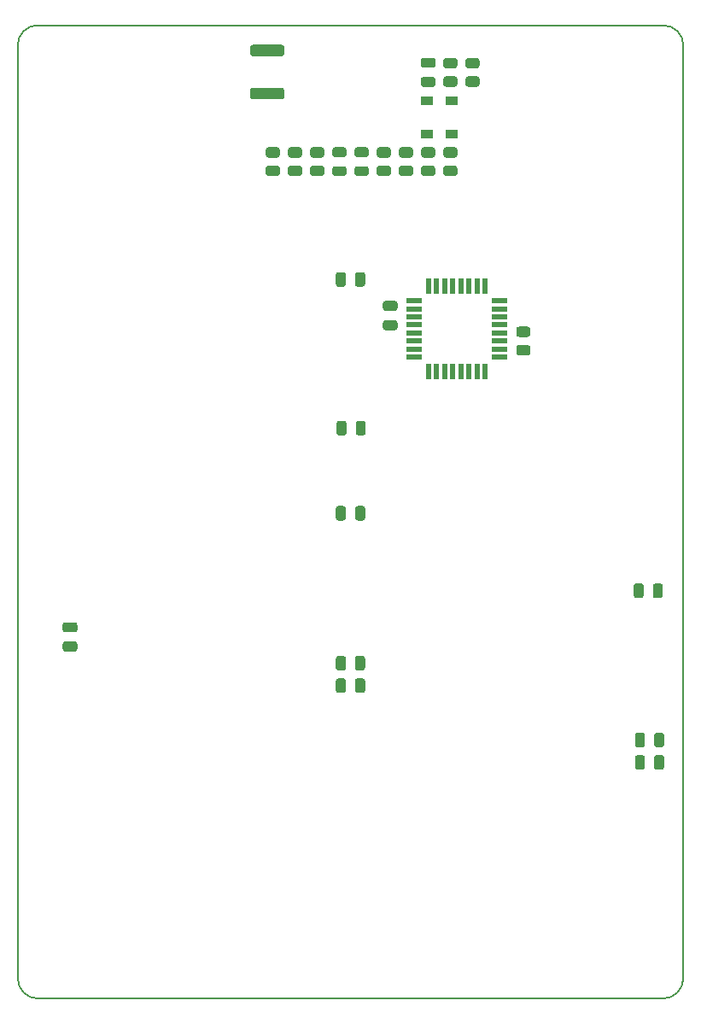
<source format=gbr>
%TF.GenerationSoftware,KiCad,Pcbnew,5.1.10-88a1d61d58~88~ubuntu21.04.1*%
%TF.CreationDate,2021-07-07T15:16:44+02:00*%
%TF.ProjectId,USBaspDualZif,55534261-7370-4447-9561-6c5a69662e6b,V1.0*%
%TF.SameCoordinates,Original*%
%TF.FileFunction,Paste,Top*%
%TF.FilePolarity,Positive*%
%FSLAX46Y46*%
G04 Gerber Fmt 4.6, Leading zero omitted, Abs format (unit mm)*
G04 Created by KiCad (PCBNEW 5.1.10-88a1d61d58~88~ubuntu21.04.1) date 2021-07-07 15:16:44*
%MOMM*%
%LPD*%
G01*
G04 APERTURE LIST*
%TA.AperFunction,Profile*%
%ADD10C,0.200000*%
%TD*%
%ADD11R,1.600000X0.550000*%
%ADD12R,0.550000X1.600000*%
%ADD13R,1.200000X0.900000*%
G04 APERTURE END LIST*
D10*
X48821500Y-58418500D02*
G75*
G03*
X46821500Y-60418500I0J-2000000D01*
G01*
X46821500Y-152917500D02*
G75*
G03*
X48821500Y-154917500I2000000J0D01*
G01*
X110823500Y-154916000D02*
G75*
G03*
X112823500Y-152916000I0J2000000D01*
G01*
X112823500Y-60420000D02*
G75*
G03*
X110823500Y-58420000I-2000000J0D01*
G01*
X46821500Y-152917500D02*
X46821500Y-60418500D01*
X110823500Y-154916000D02*
X48821500Y-154917500D01*
X112823500Y-60420000D02*
X112823500Y-152916000D01*
X48821500Y-58418500D02*
X110823500Y-58420000D01*
D11*
X86110500Y-85734500D03*
X86110500Y-86534500D03*
X86110500Y-87334500D03*
X86110500Y-88134500D03*
X86110500Y-88934500D03*
X86110500Y-89734500D03*
X86110500Y-90534500D03*
X86110500Y-91334500D03*
D12*
X87560500Y-92784500D03*
X88360500Y-92784500D03*
X89160500Y-92784500D03*
X89960500Y-92784500D03*
X90760500Y-92784500D03*
X91560500Y-92784500D03*
X92360500Y-92784500D03*
X93160500Y-92784500D03*
D11*
X94610500Y-91334500D03*
X94610500Y-90534500D03*
X94610500Y-89734500D03*
X94610500Y-88934500D03*
X94610500Y-88134500D03*
X94610500Y-87334500D03*
X94610500Y-86534500D03*
X94610500Y-85734500D03*
D12*
X93160500Y-84284500D03*
X92360500Y-84284500D03*
X91560500Y-84284500D03*
X90760500Y-84284500D03*
X89960500Y-84284500D03*
X89160500Y-84284500D03*
X88360500Y-84284500D03*
X87560500Y-84284500D03*
D13*
X89819500Y-65895500D03*
X89819500Y-69195500D03*
X87419500Y-65895500D03*
X87419500Y-69195500D03*
G36*
G01*
X71669498Y-72345500D02*
X72569502Y-72345500D01*
G75*
G02*
X72819500Y-72595498I0J-249998D01*
G01*
X72819500Y-73120502D01*
G75*
G02*
X72569502Y-73370500I-249998J0D01*
G01*
X71669498Y-73370500D01*
G75*
G02*
X71419500Y-73120502I0J249998D01*
G01*
X71419500Y-72595498D01*
G75*
G02*
X71669498Y-72345500I249998J0D01*
G01*
G37*
G36*
G01*
X71669498Y-70520500D02*
X72569502Y-70520500D01*
G75*
G02*
X72819500Y-70770498I0J-249998D01*
G01*
X72819500Y-71295502D01*
G75*
G02*
X72569502Y-71545500I-249998J0D01*
G01*
X71669498Y-71545500D01*
G75*
G02*
X71419500Y-71295502I0J249998D01*
G01*
X71419500Y-70770498D01*
G75*
G02*
X71669498Y-70520500I249998J0D01*
G01*
G37*
G36*
G01*
X73014502Y-61480500D02*
X70114498Y-61480500D01*
G75*
G02*
X69864500Y-61230502I0J249998D01*
G01*
X69864500Y-60605498D01*
G75*
G02*
X70114498Y-60355500I249998J0D01*
G01*
X73014502Y-60355500D01*
G75*
G02*
X73264500Y-60605498I0J-249998D01*
G01*
X73264500Y-61230502D01*
G75*
G02*
X73014502Y-61480500I-249998J0D01*
G01*
G37*
G36*
G01*
X73014502Y-65755500D02*
X70114498Y-65755500D01*
G75*
G02*
X69864500Y-65505502I0J249998D01*
G01*
X69864500Y-64880498D01*
G75*
G02*
X70114498Y-64630500I249998J0D01*
G01*
X73014502Y-64630500D01*
G75*
G02*
X73264500Y-64880498I0J-249998D01*
G01*
X73264500Y-65505502D01*
G75*
G02*
X73014502Y-65755500I-249998J0D01*
G01*
G37*
G36*
G01*
X90169502Y-71545500D02*
X89269498Y-71545500D01*
G75*
G02*
X89019500Y-71295502I0J249998D01*
G01*
X89019500Y-70770498D01*
G75*
G02*
X89269498Y-70520500I249998J0D01*
G01*
X90169502Y-70520500D01*
G75*
G02*
X90419500Y-70770498I0J-249998D01*
G01*
X90419500Y-71295502D01*
G75*
G02*
X90169502Y-71545500I-249998J0D01*
G01*
G37*
G36*
G01*
X90169502Y-73370500D02*
X89269498Y-73370500D01*
G75*
G02*
X89019500Y-73120502I0J249998D01*
G01*
X89019500Y-72595498D01*
G75*
G02*
X89269498Y-72345500I249998J0D01*
G01*
X90169502Y-72345500D01*
G75*
G02*
X90419500Y-72595498I0J-249998D01*
G01*
X90419500Y-73120502D01*
G75*
G02*
X90169502Y-73370500I-249998J0D01*
G01*
G37*
G36*
G01*
X87969502Y-71545500D02*
X87069498Y-71545500D01*
G75*
G02*
X86819500Y-71295502I0J249998D01*
G01*
X86819500Y-70770498D01*
G75*
G02*
X87069498Y-70520500I249998J0D01*
G01*
X87969502Y-70520500D01*
G75*
G02*
X88219500Y-70770498I0J-249998D01*
G01*
X88219500Y-71295502D01*
G75*
G02*
X87969502Y-71545500I-249998J0D01*
G01*
G37*
G36*
G01*
X87969502Y-73370500D02*
X87069498Y-73370500D01*
G75*
G02*
X86819500Y-73120502I0J249998D01*
G01*
X86819500Y-72595498D01*
G75*
G02*
X87069498Y-72345500I249998J0D01*
G01*
X87969502Y-72345500D01*
G75*
G02*
X88219500Y-72595498I0J-249998D01*
G01*
X88219500Y-73120502D01*
G75*
G02*
X87969502Y-73370500I-249998J0D01*
G01*
G37*
G36*
G01*
X85769502Y-71545500D02*
X84869498Y-71545500D01*
G75*
G02*
X84619500Y-71295502I0J249998D01*
G01*
X84619500Y-70770498D01*
G75*
G02*
X84869498Y-70520500I249998J0D01*
G01*
X85769502Y-70520500D01*
G75*
G02*
X86019500Y-70770498I0J-249998D01*
G01*
X86019500Y-71295502D01*
G75*
G02*
X85769502Y-71545500I-249998J0D01*
G01*
G37*
G36*
G01*
X85769502Y-73370500D02*
X84869498Y-73370500D01*
G75*
G02*
X84619500Y-73120502I0J249998D01*
G01*
X84619500Y-72595498D01*
G75*
G02*
X84869498Y-72345500I249998J0D01*
G01*
X85769502Y-72345500D01*
G75*
G02*
X86019500Y-72595498I0J-249998D01*
G01*
X86019500Y-73120502D01*
G75*
G02*
X85769502Y-73370500I-249998J0D01*
G01*
G37*
G36*
G01*
X82669498Y-72345500D02*
X83569502Y-72345500D01*
G75*
G02*
X83819500Y-72595498I0J-249998D01*
G01*
X83819500Y-73120502D01*
G75*
G02*
X83569502Y-73370500I-249998J0D01*
G01*
X82669498Y-73370500D01*
G75*
G02*
X82419500Y-73120502I0J249998D01*
G01*
X82419500Y-72595498D01*
G75*
G02*
X82669498Y-72345500I249998J0D01*
G01*
G37*
G36*
G01*
X82669498Y-70520500D02*
X83569502Y-70520500D01*
G75*
G02*
X83819500Y-70770498I0J-249998D01*
G01*
X83819500Y-71295502D01*
G75*
G02*
X83569502Y-71545500I-249998J0D01*
G01*
X82669498Y-71545500D01*
G75*
G02*
X82419500Y-71295502I0J249998D01*
G01*
X82419500Y-70770498D01*
G75*
G02*
X82669498Y-70520500I249998J0D01*
G01*
G37*
G36*
G01*
X76069498Y-72345500D02*
X76969502Y-72345500D01*
G75*
G02*
X77219500Y-72595498I0J-249998D01*
G01*
X77219500Y-73120502D01*
G75*
G02*
X76969502Y-73370500I-249998J0D01*
G01*
X76069498Y-73370500D01*
G75*
G02*
X75819500Y-73120502I0J249998D01*
G01*
X75819500Y-72595498D01*
G75*
G02*
X76069498Y-72345500I249998J0D01*
G01*
G37*
G36*
G01*
X76069498Y-70520500D02*
X76969502Y-70520500D01*
G75*
G02*
X77219500Y-70770498I0J-249998D01*
G01*
X77219500Y-71295502D01*
G75*
G02*
X76969502Y-71545500I-249998J0D01*
G01*
X76069498Y-71545500D01*
G75*
G02*
X75819500Y-71295502I0J249998D01*
G01*
X75819500Y-70770498D01*
G75*
G02*
X76069498Y-70520500I249998J0D01*
G01*
G37*
G36*
G01*
X73869498Y-72345500D02*
X74769502Y-72345500D01*
G75*
G02*
X75019500Y-72595498I0J-249998D01*
G01*
X75019500Y-73120502D01*
G75*
G02*
X74769502Y-73370500I-249998J0D01*
G01*
X73869498Y-73370500D01*
G75*
G02*
X73619500Y-73120502I0J249998D01*
G01*
X73619500Y-72595498D01*
G75*
G02*
X73869498Y-72345500I249998J0D01*
G01*
G37*
G36*
G01*
X73869498Y-70520500D02*
X74769502Y-70520500D01*
G75*
G02*
X75019500Y-70770498I0J-249998D01*
G01*
X75019500Y-71295502D01*
G75*
G02*
X74769502Y-71545500I-249998J0D01*
G01*
X73869498Y-71545500D01*
G75*
G02*
X73619500Y-71295502I0J249998D01*
G01*
X73619500Y-70770498D01*
G75*
G02*
X73869498Y-70520500I249998J0D01*
G01*
G37*
G36*
G01*
X81375750Y-71495500D02*
X80463250Y-71495500D01*
G75*
G02*
X80219500Y-71251750I0J243750D01*
G01*
X80219500Y-70764250D01*
G75*
G02*
X80463250Y-70520500I243750J0D01*
G01*
X81375750Y-70520500D01*
G75*
G02*
X81619500Y-70764250I0J-243750D01*
G01*
X81619500Y-71251750D01*
G75*
G02*
X81375750Y-71495500I-243750J0D01*
G01*
G37*
G36*
G01*
X81375750Y-73370500D02*
X80463250Y-73370500D01*
G75*
G02*
X80219500Y-73126750I0J243750D01*
G01*
X80219500Y-72639250D01*
G75*
G02*
X80463250Y-72395500I243750J0D01*
G01*
X81375750Y-72395500D01*
G75*
G02*
X81619500Y-72639250I0J-243750D01*
G01*
X81619500Y-73126750D01*
G75*
G02*
X81375750Y-73370500I-243750J0D01*
G01*
G37*
G36*
G01*
X79175750Y-71495500D02*
X78263250Y-71495500D01*
G75*
G02*
X78019500Y-71251750I0J243750D01*
G01*
X78019500Y-70764250D01*
G75*
G02*
X78263250Y-70520500I243750J0D01*
G01*
X79175750Y-70520500D01*
G75*
G02*
X79419500Y-70764250I0J-243750D01*
G01*
X79419500Y-71251750D01*
G75*
G02*
X79175750Y-71495500I-243750J0D01*
G01*
G37*
G36*
G01*
X79175750Y-73370500D02*
X78263250Y-73370500D01*
G75*
G02*
X78019500Y-73126750I0J243750D01*
G01*
X78019500Y-72639250D01*
G75*
G02*
X78263250Y-72395500I243750J0D01*
G01*
X79175750Y-72395500D01*
G75*
G02*
X79419500Y-72639250I0J-243750D01*
G01*
X79419500Y-73126750D01*
G75*
G02*
X79175750Y-73370500I-243750J0D01*
G01*
G37*
G36*
G01*
X84231500Y-86751000D02*
X83281500Y-86751000D01*
G75*
G02*
X83031500Y-86501000I0J250000D01*
G01*
X83031500Y-86001000D01*
G75*
G02*
X83281500Y-85751000I250000J0D01*
G01*
X84231500Y-85751000D01*
G75*
G02*
X84481500Y-86001000I0J-250000D01*
G01*
X84481500Y-86501000D01*
G75*
G02*
X84231500Y-86751000I-250000J0D01*
G01*
G37*
G36*
G01*
X84231500Y-88651000D02*
X83281500Y-88651000D01*
G75*
G02*
X83031500Y-88401000I0J250000D01*
G01*
X83031500Y-87901000D01*
G75*
G02*
X83281500Y-87651000I250000J0D01*
G01*
X84231500Y-87651000D01*
G75*
G02*
X84481500Y-87901000I0J-250000D01*
G01*
X84481500Y-88401000D01*
G75*
G02*
X84231500Y-88651000I-250000J0D01*
G01*
G37*
G36*
G01*
X80333000Y-98836500D02*
X80333000Y-97886500D01*
G75*
G02*
X80583000Y-97636500I250000J0D01*
G01*
X81083000Y-97636500D01*
G75*
G02*
X81333000Y-97886500I0J-250000D01*
G01*
X81333000Y-98836500D01*
G75*
G02*
X81083000Y-99086500I-250000J0D01*
G01*
X80583000Y-99086500D01*
G75*
G02*
X80333000Y-98836500I0J250000D01*
G01*
G37*
G36*
G01*
X78433000Y-98836500D02*
X78433000Y-97886500D01*
G75*
G02*
X78683000Y-97636500I250000J0D01*
G01*
X79183000Y-97636500D01*
G75*
G02*
X79433000Y-97886500I0J-250000D01*
G01*
X79433000Y-98836500D01*
G75*
G02*
X79183000Y-99086500I-250000J0D01*
G01*
X78683000Y-99086500D01*
G75*
G02*
X78433000Y-98836500I0J250000D01*
G01*
G37*
G36*
G01*
X79369500Y-83154500D02*
X79369500Y-84104500D01*
G75*
G02*
X79119500Y-84354500I-250000J0D01*
G01*
X78619500Y-84354500D01*
G75*
G02*
X78369500Y-84104500I0J250000D01*
G01*
X78369500Y-83154500D01*
G75*
G02*
X78619500Y-82904500I250000J0D01*
G01*
X79119500Y-82904500D01*
G75*
G02*
X79369500Y-83154500I0J-250000D01*
G01*
G37*
G36*
G01*
X81269500Y-83154500D02*
X81269500Y-84104500D01*
G75*
G02*
X81019500Y-84354500I-250000J0D01*
G01*
X80519500Y-84354500D01*
G75*
G02*
X80269500Y-84104500I0J250000D01*
G01*
X80269500Y-83154500D01*
G75*
G02*
X80519500Y-82904500I250000J0D01*
G01*
X81019500Y-82904500D01*
G75*
G02*
X81269500Y-83154500I0J-250000D01*
G01*
G37*
G36*
G01*
X87994500Y-62645500D02*
X87044500Y-62645500D01*
G75*
G02*
X86794500Y-62395500I0J250000D01*
G01*
X86794500Y-61895500D01*
G75*
G02*
X87044500Y-61645500I250000J0D01*
G01*
X87994500Y-61645500D01*
G75*
G02*
X88244500Y-61895500I0J-250000D01*
G01*
X88244500Y-62395500D01*
G75*
G02*
X87994500Y-62645500I-250000J0D01*
G01*
G37*
G36*
G01*
X87994500Y-64545500D02*
X87044500Y-64545500D01*
G75*
G02*
X86794500Y-64295500I0J250000D01*
G01*
X86794500Y-63795500D01*
G75*
G02*
X87044500Y-63545500I250000J0D01*
G01*
X87994500Y-63545500D01*
G75*
G02*
X88244500Y-63795500I0J-250000D01*
G01*
X88244500Y-64295500D01*
G75*
G02*
X87994500Y-64545500I-250000J0D01*
G01*
G37*
G36*
G01*
X97414502Y-89325500D02*
X96514498Y-89325500D01*
G75*
G02*
X96264500Y-89075502I0J249998D01*
G01*
X96264500Y-88550498D01*
G75*
G02*
X96514498Y-88300500I249998J0D01*
G01*
X97414502Y-88300500D01*
G75*
G02*
X97664500Y-88550498I0J-249998D01*
G01*
X97664500Y-89075502D01*
G75*
G02*
X97414502Y-89325500I-249998J0D01*
G01*
G37*
G36*
G01*
X97414502Y-91150500D02*
X96514498Y-91150500D01*
G75*
G02*
X96264500Y-90900502I0J249998D01*
G01*
X96264500Y-90375498D01*
G75*
G02*
X96514498Y-90125500I249998J0D01*
G01*
X97414502Y-90125500D01*
G75*
G02*
X97664500Y-90375498I0J-249998D01*
G01*
X97664500Y-90900502D01*
G75*
G02*
X97414502Y-91150500I-249998J0D01*
G01*
G37*
G36*
G01*
X91469498Y-63495500D02*
X92369502Y-63495500D01*
G75*
G02*
X92619500Y-63745498I0J-249998D01*
G01*
X92619500Y-64270502D01*
G75*
G02*
X92369502Y-64520500I-249998J0D01*
G01*
X91469498Y-64520500D01*
G75*
G02*
X91219500Y-64270502I0J249998D01*
G01*
X91219500Y-63745498D01*
G75*
G02*
X91469498Y-63495500I249998J0D01*
G01*
G37*
G36*
G01*
X91469498Y-61670500D02*
X92369502Y-61670500D01*
G75*
G02*
X92619500Y-61920498I0J-249998D01*
G01*
X92619500Y-62445502D01*
G75*
G02*
X92369502Y-62695500I-249998J0D01*
G01*
X91469498Y-62695500D01*
G75*
G02*
X91219500Y-62445502I0J249998D01*
G01*
X91219500Y-61920498D01*
G75*
G02*
X91469498Y-61670500I249998J0D01*
G01*
G37*
G36*
G01*
X89269498Y-63495500D02*
X90169502Y-63495500D01*
G75*
G02*
X90419500Y-63745498I0J-249998D01*
G01*
X90419500Y-64270502D01*
G75*
G02*
X90169502Y-64520500I-249998J0D01*
G01*
X89269498Y-64520500D01*
G75*
G02*
X89019500Y-64270502I0J249998D01*
G01*
X89019500Y-63745498D01*
G75*
G02*
X89269498Y-63495500I249998J0D01*
G01*
G37*
G36*
G01*
X89269498Y-61670500D02*
X90169502Y-61670500D01*
G75*
G02*
X90419500Y-61920498I0J-249998D01*
G01*
X90419500Y-62445502D01*
G75*
G02*
X90169502Y-62695500I-249998J0D01*
G01*
X89269498Y-62695500D01*
G75*
G02*
X89019500Y-62445502I0J249998D01*
G01*
X89019500Y-61920498D01*
G75*
G02*
X89269498Y-61670500I249998J0D01*
G01*
G37*
G36*
G01*
X109924000Y-131983500D02*
X109924000Y-131033500D01*
G75*
G02*
X110174000Y-130783500I250000J0D01*
G01*
X110674000Y-130783500D01*
G75*
G02*
X110924000Y-131033500I0J-250000D01*
G01*
X110924000Y-131983500D01*
G75*
G02*
X110674000Y-132233500I-250000J0D01*
G01*
X110174000Y-132233500D01*
G75*
G02*
X109924000Y-131983500I0J250000D01*
G01*
G37*
G36*
G01*
X108024000Y-131983500D02*
X108024000Y-131033500D01*
G75*
G02*
X108274000Y-130783500I250000J0D01*
G01*
X108774000Y-130783500D01*
G75*
G02*
X109024000Y-131033500I0J-250000D01*
G01*
X109024000Y-131983500D01*
G75*
G02*
X108774000Y-132233500I-250000J0D01*
G01*
X108274000Y-132233500D01*
G75*
G02*
X108024000Y-131983500I0J250000D01*
G01*
G37*
G36*
G01*
X109797000Y-114965500D02*
X109797000Y-114015500D01*
G75*
G02*
X110047000Y-113765500I250000J0D01*
G01*
X110547000Y-113765500D01*
G75*
G02*
X110797000Y-114015500I0J-250000D01*
G01*
X110797000Y-114965500D01*
G75*
G02*
X110547000Y-115215500I-250000J0D01*
G01*
X110047000Y-115215500D01*
G75*
G02*
X109797000Y-114965500I0J250000D01*
G01*
G37*
G36*
G01*
X107897000Y-114965500D02*
X107897000Y-114015500D01*
G75*
G02*
X108147000Y-113765500I250000J0D01*
G01*
X108647000Y-113765500D01*
G75*
G02*
X108897000Y-114015500I0J-250000D01*
G01*
X108897000Y-114965500D01*
G75*
G02*
X108647000Y-115215500I-250000J0D01*
G01*
X108147000Y-115215500D01*
G75*
G02*
X107897000Y-114965500I0J250000D01*
G01*
G37*
G36*
G01*
X109924000Y-129761000D02*
X109924000Y-128811000D01*
G75*
G02*
X110174000Y-128561000I250000J0D01*
G01*
X110674000Y-128561000D01*
G75*
G02*
X110924000Y-128811000I0J-250000D01*
G01*
X110924000Y-129761000D01*
G75*
G02*
X110674000Y-130011000I-250000J0D01*
G01*
X110174000Y-130011000D01*
G75*
G02*
X109924000Y-129761000I0J250000D01*
G01*
G37*
G36*
G01*
X108024000Y-129761000D02*
X108024000Y-128811000D01*
G75*
G02*
X108274000Y-128561000I250000J0D01*
G01*
X108774000Y-128561000D01*
G75*
G02*
X109024000Y-128811000I0J-250000D01*
G01*
X109024000Y-129761000D01*
G75*
G02*
X108774000Y-130011000I-250000J0D01*
G01*
X108274000Y-130011000D01*
G75*
G02*
X108024000Y-129761000I0J250000D01*
G01*
G37*
G36*
G01*
X52481500Y-118612500D02*
X51531500Y-118612500D01*
G75*
G02*
X51281500Y-118362500I0J250000D01*
G01*
X51281500Y-117862500D01*
G75*
G02*
X51531500Y-117612500I250000J0D01*
G01*
X52481500Y-117612500D01*
G75*
G02*
X52731500Y-117862500I0J-250000D01*
G01*
X52731500Y-118362500D01*
G75*
G02*
X52481500Y-118612500I-250000J0D01*
G01*
G37*
G36*
G01*
X52481500Y-120512500D02*
X51531500Y-120512500D01*
G75*
G02*
X51281500Y-120262500I0J250000D01*
G01*
X51281500Y-119762500D01*
G75*
G02*
X51531500Y-119512500I250000J0D01*
G01*
X52481500Y-119512500D01*
G75*
G02*
X52731500Y-119762500I0J-250000D01*
G01*
X52731500Y-120262500D01*
G75*
G02*
X52481500Y-120512500I-250000J0D01*
G01*
G37*
G36*
G01*
X79369500Y-123411000D02*
X79369500Y-124361000D01*
G75*
G02*
X79119500Y-124611000I-250000J0D01*
G01*
X78619500Y-124611000D01*
G75*
G02*
X78369500Y-124361000I0J250000D01*
G01*
X78369500Y-123411000D01*
G75*
G02*
X78619500Y-123161000I250000J0D01*
G01*
X79119500Y-123161000D01*
G75*
G02*
X79369500Y-123411000I0J-250000D01*
G01*
G37*
G36*
G01*
X81269500Y-123411000D02*
X81269500Y-124361000D01*
G75*
G02*
X81019500Y-124611000I-250000J0D01*
G01*
X80519500Y-124611000D01*
G75*
G02*
X80269500Y-124361000I0J250000D01*
G01*
X80269500Y-123411000D01*
G75*
G02*
X80519500Y-123161000I250000J0D01*
G01*
X81019500Y-123161000D01*
G75*
G02*
X81269500Y-123411000I0J-250000D01*
G01*
G37*
G36*
G01*
X79369500Y-121191000D02*
X79369500Y-122141000D01*
G75*
G02*
X79119500Y-122391000I-250000J0D01*
G01*
X78619500Y-122391000D01*
G75*
G02*
X78369500Y-122141000I0J250000D01*
G01*
X78369500Y-121191000D01*
G75*
G02*
X78619500Y-120941000I250000J0D01*
G01*
X79119500Y-120941000D01*
G75*
G02*
X79369500Y-121191000I0J-250000D01*
G01*
G37*
G36*
G01*
X81269500Y-121191000D02*
X81269500Y-122141000D01*
G75*
G02*
X81019500Y-122391000I-250000J0D01*
G01*
X80519500Y-122391000D01*
G75*
G02*
X80269500Y-122141000I0J250000D01*
G01*
X80269500Y-121191000D01*
G75*
G02*
X80519500Y-120941000I250000J0D01*
G01*
X81019500Y-120941000D01*
G75*
G02*
X81269500Y-121191000I0J-250000D01*
G01*
G37*
G36*
G01*
X80269500Y-107282000D02*
X80269500Y-106332000D01*
G75*
G02*
X80519500Y-106082000I250000J0D01*
G01*
X81019500Y-106082000D01*
G75*
G02*
X81269500Y-106332000I0J-250000D01*
G01*
X81269500Y-107282000D01*
G75*
G02*
X81019500Y-107532000I-250000J0D01*
G01*
X80519500Y-107532000D01*
G75*
G02*
X80269500Y-107282000I0J250000D01*
G01*
G37*
G36*
G01*
X78369500Y-107282000D02*
X78369500Y-106332000D01*
G75*
G02*
X78619500Y-106082000I250000J0D01*
G01*
X79119500Y-106082000D01*
G75*
G02*
X79369500Y-106332000I0J-250000D01*
G01*
X79369500Y-107282000D01*
G75*
G02*
X79119500Y-107532000I-250000J0D01*
G01*
X78619500Y-107532000D01*
G75*
G02*
X78369500Y-107282000I0J250000D01*
G01*
G37*
M02*

</source>
